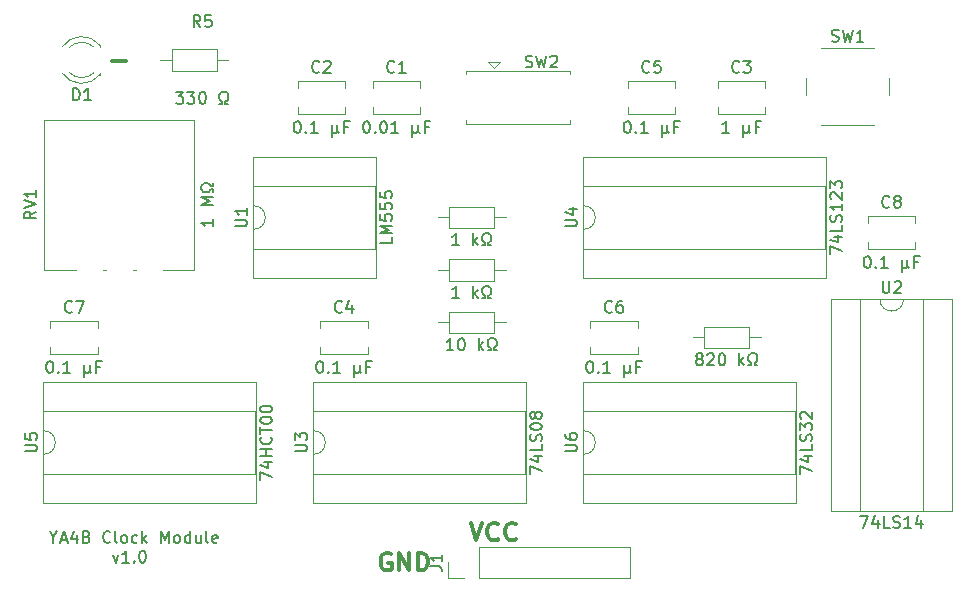
<source format=gbr>
G04 #@! TF.GenerationSoftware,KiCad,Pcbnew,(5.1.4-0-10_14)*
G04 #@! TF.CreationDate,2019-12-07T10:25:11-08:00*
G04 #@! TF.ProjectId,slow-clock,736c6f77-2d63-46c6-9f63-6b2e6b696361,rev?*
G04 #@! TF.SameCoordinates,Original*
G04 #@! TF.FileFunction,Legend,Top*
G04 #@! TF.FilePolarity,Positive*
%FSLAX46Y46*%
G04 Gerber Fmt 4.6, Leading zero omitted, Abs format (unit mm)*
G04 Created by KiCad (PCBNEW (5.1.4-0-10_14)) date 2019-12-07 10:25:11*
%MOMM*%
%LPD*%
G04 APERTURE LIST*
%ADD10C,0.150000*%
%ADD11C,0.300000*%
%ADD12C,0.120000*%
G04 APERTURE END LIST*
D10*
X27456666Y-63921190D02*
X27456666Y-64397380D01*
X27123333Y-63397380D02*
X27456666Y-63921190D01*
X27790000Y-63397380D01*
X28075714Y-64111666D02*
X28551904Y-64111666D01*
X27980476Y-64397380D02*
X28313809Y-63397380D01*
X28647142Y-64397380D01*
X29409047Y-63730714D02*
X29409047Y-64397380D01*
X29170952Y-63349761D02*
X28932857Y-64064047D01*
X29551904Y-64064047D01*
X30266190Y-63873571D02*
X30409047Y-63921190D01*
X30456666Y-63968809D01*
X30504285Y-64064047D01*
X30504285Y-64206904D01*
X30456666Y-64302142D01*
X30409047Y-64349761D01*
X30313809Y-64397380D01*
X29932857Y-64397380D01*
X29932857Y-63397380D01*
X30266190Y-63397380D01*
X30361428Y-63445000D01*
X30409047Y-63492619D01*
X30456666Y-63587857D01*
X30456666Y-63683095D01*
X30409047Y-63778333D01*
X30361428Y-63825952D01*
X30266190Y-63873571D01*
X29932857Y-63873571D01*
X32266190Y-64302142D02*
X32218571Y-64349761D01*
X32075714Y-64397380D01*
X31980476Y-64397380D01*
X31837619Y-64349761D01*
X31742380Y-64254523D01*
X31694761Y-64159285D01*
X31647142Y-63968809D01*
X31647142Y-63825952D01*
X31694761Y-63635476D01*
X31742380Y-63540238D01*
X31837619Y-63445000D01*
X31980476Y-63397380D01*
X32075714Y-63397380D01*
X32218571Y-63445000D01*
X32266190Y-63492619D01*
X32837619Y-64397380D02*
X32742380Y-64349761D01*
X32694761Y-64254523D01*
X32694761Y-63397380D01*
X33361428Y-64397380D02*
X33266190Y-64349761D01*
X33218571Y-64302142D01*
X33170952Y-64206904D01*
X33170952Y-63921190D01*
X33218571Y-63825952D01*
X33266190Y-63778333D01*
X33361428Y-63730714D01*
X33504285Y-63730714D01*
X33599523Y-63778333D01*
X33647142Y-63825952D01*
X33694761Y-63921190D01*
X33694761Y-64206904D01*
X33647142Y-64302142D01*
X33599523Y-64349761D01*
X33504285Y-64397380D01*
X33361428Y-64397380D01*
X34551904Y-64349761D02*
X34456666Y-64397380D01*
X34266190Y-64397380D01*
X34170952Y-64349761D01*
X34123333Y-64302142D01*
X34075714Y-64206904D01*
X34075714Y-63921190D01*
X34123333Y-63825952D01*
X34170952Y-63778333D01*
X34266190Y-63730714D01*
X34456666Y-63730714D01*
X34551904Y-63778333D01*
X34980476Y-64397380D02*
X34980476Y-63397380D01*
X35075714Y-64016428D02*
X35361428Y-64397380D01*
X35361428Y-63730714D02*
X34980476Y-64111666D01*
X36551904Y-64397380D02*
X36551904Y-63397380D01*
X36885238Y-64111666D01*
X37218571Y-63397380D01*
X37218571Y-64397380D01*
X37837619Y-64397380D02*
X37742380Y-64349761D01*
X37694761Y-64302142D01*
X37647142Y-64206904D01*
X37647142Y-63921190D01*
X37694761Y-63825952D01*
X37742380Y-63778333D01*
X37837619Y-63730714D01*
X37980476Y-63730714D01*
X38075714Y-63778333D01*
X38123333Y-63825952D01*
X38170952Y-63921190D01*
X38170952Y-64206904D01*
X38123333Y-64302142D01*
X38075714Y-64349761D01*
X37980476Y-64397380D01*
X37837619Y-64397380D01*
X39028095Y-64397380D02*
X39028095Y-63397380D01*
X39028095Y-64349761D02*
X38932857Y-64397380D01*
X38742380Y-64397380D01*
X38647142Y-64349761D01*
X38599523Y-64302142D01*
X38551904Y-64206904D01*
X38551904Y-63921190D01*
X38599523Y-63825952D01*
X38647142Y-63778333D01*
X38742380Y-63730714D01*
X38932857Y-63730714D01*
X39028095Y-63778333D01*
X39932857Y-63730714D02*
X39932857Y-64397380D01*
X39504285Y-63730714D02*
X39504285Y-64254523D01*
X39551904Y-64349761D01*
X39647142Y-64397380D01*
X39790000Y-64397380D01*
X39885238Y-64349761D01*
X39932857Y-64302142D01*
X40551904Y-64397380D02*
X40456666Y-64349761D01*
X40409047Y-64254523D01*
X40409047Y-63397380D01*
X41313809Y-64349761D02*
X41218571Y-64397380D01*
X41028095Y-64397380D01*
X40932857Y-64349761D01*
X40885238Y-64254523D01*
X40885238Y-63873571D01*
X40932857Y-63778333D01*
X41028095Y-63730714D01*
X41218571Y-63730714D01*
X41313809Y-63778333D01*
X41361428Y-63873571D01*
X41361428Y-63968809D01*
X40885238Y-64064047D01*
X32480476Y-65380714D02*
X32718571Y-66047380D01*
X32956666Y-65380714D01*
X33861428Y-66047380D02*
X33290000Y-66047380D01*
X33575714Y-66047380D02*
X33575714Y-65047380D01*
X33480476Y-65190238D01*
X33385238Y-65285476D01*
X33290000Y-65333095D01*
X34290000Y-65952142D02*
X34337619Y-65999761D01*
X34290000Y-66047380D01*
X34242380Y-65999761D01*
X34290000Y-65952142D01*
X34290000Y-66047380D01*
X34956666Y-65047380D02*
X35051904Y-65047380D01*
X35147142Y-65095000D01*
X35194761Y-65142619D01*
X35242380Y-65237857D01*
X35290000Y-65428333D01*
X35290000Y-65666428D01*
X35242380Y-65856904D01*
X35194761Y-65952142D01*
X35147142Y-65999761D01*
X35051904Y-66047380D01*
X34956666Y-66047380D01*
X34861428Y-65999761D01*
X34813809Y-65952142D01*
X34766190Y-65856904D01*
X34718571Y-65666428D01*
X34718571Y-65428333D01*
X34766190Y-65237857D01*
X34813809Y-65142619D01*
X34861428Y-65095000D01*
X34956666Y-65047380D01*
D11*
X32448571Y-23602142D02*
X33591428Y-23602142D01*
X62770000Y-62678571D02*
X63270000Y-64178571D01*
X63770000Y-62678571D01*
X65127142Y-64035714D02*
X65055714Y-64107142D01*
X64841428Y-64178571D01*
X64698571Y-64178571D01*
X64484285Y-64107142D01*
X64341428Y-63964285D01*
X64270000Y-63821428D01*
X64198571Y-63535714D01*
X64198571Y-63321428D01*
X64270000Y-63035714D01*
X64341428Y-62892857D01*
X64484285Y-62750000D01*
X64698571Y-62678571D01*
X64841428Y-62678571D01*
X65055714Y-62750000D01*
X65127142Y-62821428D01*
X66627142Y-64035714D02*
X66555714Y-64107142D01*
X66341428Y-64178571D01*
X66198571Y-64178571D01*
X65984285Y-64107142D01*
X65841428Y-63964285D01*
X65770000Y-63821428D01*
X65698571Y-63535714D01*
X65698571Y-63321428D01*
X65770000Y-63035714D01*
X65841428Y-62892857D01*
X65984285Y-62750000D01*
X66198571Y-62678571D01*
X66341428Y-62678571D01*
X66555714Y-62750000D01*
X66627142Y-62821428D01*
X56007142Y-65290000D02*
X55864285Y-65218571D01*
X55650000Y-65218571D01*
X55435714Y-65290000D01*
X55292857Y-65432857D01*
X55221428Y-65575714D01*
X55150000Y-65861428D01*
X55150000Y-66075714D01*
X55221428Y-66361428D01*
X55292857Y-66504285D01*
X55435714Y-66647142D01*
X55650000Y-66718571D01*
X55792857Y-66718571D01*
X56007142Y-66647142D01*
X56078571Y-66575714D01*
X56078571Y-66075714D01*
X55792857Y-66075714D01*
X56721428Y-66718571D02*
X56721428Y-65218571D01*
X57578571Y-66718571D01*
X57578571Y-65218571D01*
X58292857Y-66718571D02*
X58292857Y-65218571D01*
X58650000Y-65218571D01*
X58864285Y-65290000D01*
X59007142Y-65432857D01*
X59078571Y-65575714D01*
X59150000Y-65861428D01*
X59150000Y-66075714D01*
X59078571Y-66361428D01*
X59007142Y-66504285D01*
X58864285Y-66647142D01*
X58650000Y-66718571D01*
X58292857Y-66718571D01*
D12*
X62360000Y-24410000D02*
X71180000Y-24410000D01*
X71180000Y-24410000D02*
X71180000Y-24720000D01*
X71180000Y-28930000D02*
X62360000Y-28930000D01*
X62360000Y-24720000D02*
X62360000Y-24410000D01*
X62360000Y-28930000D02*
X62360000Y-28620000D01*
X71180000Y-28930000D02*
X71180000Y-28620000D01*
X64270000Y-23710000D02*
X64770000Y-24210000D01*
X64770000Y-24210000D02*
X65270000Y-23710000D01*
X65270000Y-23710000D02*
X64270000Y-23710000D01*
X59995000Y-36830000D02*
X60945000Y-36830000D01*
X65735000Y-36830000D02*
X64785000Y-36830000D01*
X60945000Y-37750000D02*
X64785000Y-37750000D01*
X60945000Y-35910000D02*
X60945000Y-37750000D01*
X64785000Y-35910000D02*
X60945000Y-35910000D01*
X64785000Y-37750000D02*
X64785000Y-35910000D01*
X65735000Y-41275000D02*
X64785000Y-41275000D01*
X59995000Y-41275000D02*
X60945000Y-41275000D01*
X64785000Y-40355000D02*
X60945000Y-40355000D01*
X64785000Y-42195000D02*
X64785000Y-40355000D01*
X60945000Y-42195000D02*
X64785000Y-42195000D01*
X60945000Y-40355000D02*
X60945000Y-42195000D01*
X81585000Y-46990000D02*
X82535000Y-46990000D01*
X87325000Y-46990000D02*
X86375000Y-46990000D01*
X82535000Y-47910000D02*
X86375000Y-47910000D01*
X82535000Y-46070000D02*
X82535000Y-47910000D01*
X86375000Y-46070000D02*
X82535000Y-46070000D01*
X86375000Y-47910000D02*
X86375000Y-46070000D01*
X65735000Y-45720000D02*
X64785000Y-45720000D01*
X59995000Y-45720000D02*
X60945000Y-45720000D01*
X64785000Y-44800000D02*
X60945000Y-44800000D01*
X64785000Y-46640000D02*
X64785000Y-44800000D01*
X60945000Y-46640000D02*
X64785000Y-46640000D01*
X60945000Y-44800000D02*
X60945000Y-46640000D01*
X42240000Y-23495000D02*
X41290000Y-23495000D01*
X36500000Y-23495000D02*
X37450000Y-23495000D01*
X41290000Y-22575000D02*
X37450000Y-22575000D01*
X41290000Y-24415000D02*
X41290000Y-22575000D01*
X37450000Y-24415000D02*
X41290000Y-24415000D01*
X37450000Y-22575000D02*
X37450000Y-24415000D01*
X58515000Y-27465000D02*
X58515000Y-28090000D01*
X58515000Y-25250000D02*
X58515000Y-25875000D01*
X54475000Y-27465000D02*
X54475000Y-28090000D01*
X54475000Y-25250000D02*
X54475000Y-25875000D01*
X54475000Y-28090000D02*
X58515000Y-28090000D01*
X54475000Y-25250000D02*
X58515000Y-25250000D01*
X48125000Y-25250000D02*
X52165000Y-25250000D01*
X48125000Y-28090000D02*
X52165000Y-28090000D01*
X48125000Y-25250000D02*
X48125000Y-25875000D01*
X48125000Y-27465000D02*
X48125000Y-28090000D01*
X52165000Y-25250000D02*
X52165000Y-25875000D01*
X52165000Y-27465000D02*
X52165000Y-28090000D01*
X83685000Y-25250000D02*
X87725000Y-25250000D01*
X83685000Y-28090000D02*
X87725000Y-28090000D01*
X83685000Y-25250000D02*
X83685000Y-25875000D01*
X83685000Y-27465000D02*
X83685000Y-28090000D01*
X87725000Y-25250000D02*
X87725000Y-25875000D01*
X87725000Y-27465000D02*
X87725000Y-28090000D01*
X54070000Y-47785000D02*
X54070000Y-48410000D01*
X54070000Y-45570000D02*
X54070000Y-46195000D01*
X50030000Y-47785000D02*
X50030000Y-48410000D01*
X50030000Y-45570000D02*
X50030000Y-46195000D01*
X50030000Y-48410000D02*
X54070000Y-48410000D01*
X50030000Y-45570000D02*
X54070000Y-45570000D01*
X76065000Y-25250000D02*
X80105000Y-25250000D01*
X76065000Y-28090000D02*
X80105000Y-28090000D01*
X76065000Y-25250000D02*
X76065000Y-25875000D01*
X76065000Y-27465000D02*
X76065000Y-28090000D01*
X80105000Y-25250000D02*
X80105000Y-25875000D01*
X80105000Y-27465000D02*
X80105000Y-28090000D01*
X76930000Y-47785000D02*
X76930000Y-48410000D01*
X76930000Y-45570000D02*
X76930000Y-46195000D01*
X72890000Y-47785000D02*
X72890000Y-48410000D01*
X72890000Y-45570000D02*
X72890000Y-46195000D01*
X72890000Y-48410000D02*
X76930000Y-48410000D01*
X72890000Y-45570000D02*
X76930000Y-45570000D01*
X27170000Y-45570000D02*
X31210000Y-45570000D01*
X27170000Y-48410000D02*
X31210000Y-48410000D01*
X27170000Y-45570000D02*
X27170000Y-46195000D01*
X27170000Y-47785000D02*
X27170000Y-48410000D01*
X31210000Y-45570000D02*
X31210000Y-46195000D01*
X31210000Y-47785000D02*
X31210000Y-48410000D01*
X100425000Y-38895000D02*
X100425000Y-39520000D01*
X100425000Y-36680000D02*
X100425000Y-37305000D01*
X96385000Y-38895000D02*
X96385000Y-39520000D01*
X96385000Y-36680000D02*
X96385000Y-37305000D01*
X96385000Y-39520000D02*
X100425000Y-39520000D01*
X96385000Y-36680000D02*
X100425000Y-36680000D01*
X28172665Y-24573608D02*
G75*
G03X31405000Y-24730516I1672335J1078608D01*
G01*
X28172665Y-22416392D02*
G75*
G02X31405000Y-22259484I1672335J-1078608D01*
G01*
X28803870Y-24574837D02*
G75*
G03X30885961Y-24575000I1041130J1079837D01*
G01*
X28803870Y-22415163D02*
G75*
G02X30885961Y-22415000I1041130J-1079837D01*
G01*
X31405000Y-24731000D02*
X31405000Y-24575000D01*
X31405000Y-22415000D02*
X31405000Y-22259000D01*
X76260000Y-67370000D02*
X76260000Y-64710000D01*
X63500000Y-67370000D02*
X76260000Y-67370000D01*
X63500000Y-64710000D02*
X76260000Y-64710000D01*
X63500000Y-67370000D02*
X63500000Y-64710000D01*
X62230000Y-67370000D02*
X60900000Y-67370000D01*
X60900000Y-67370000D02*
X60900000Y-66040000D01*
X26650000Y-41280000D02*
X26650000Y-28540000D01*
X39390000Y-41280000D02*
X39390000Y-28540000D01*
X26650000Y-41280000D02*
X29325000Y-41280000D01*
X31635000Y-41280000D02*
X31865000Y-41280000D01*
X34176000Y-41280000D02*
X34405000Y-41280000D01*
X36715000Y-41280000D02*
X39390000Y-41280000D01*
X26650000Y-28540000D02*
X39390000Y-28540000D01*
X92440000Y-28995000D02*
X96940000Y-28995000D01*
X91190000Y-24995000D02*
X91190000Y-26495000D01*
X96940000Y-22495000D02*
X92440000Y-22495000D01*
X98190000Y-26495000D02*
X98190000Y-24995000D01*
X44390000Y-35830000D02*
G75*
G02X44390000Y-37830000I0J-1000000D01*
G01*
X44390000Y-37830000D02*
X44390000Y-39480000D01*
X44390000Y-39480000D02*
X54670000Y-39480000D01*
X54670000Y-39480000D02*
X54670000Y-34180000D01*
X54670000Y-34180000D02*
X44390000Y-34180000D01*
X44390000Y-34180000D02*
X44390000Y-35830000D01*
X44330000Y-41970000D02*
X54730000Y-41970000D01*
X54730000Y-41970000D02*
X54730000Y-31690000D01*
X54730000Y-31690000D02*
X44330000Y-31690000D01*
X44330000Y-31690000D02*
X44330000Y-41970000D01*
X99425000Y-43755000D02*
G75*
G02X97425000Y-43755000I-1000000J0D01*
G01*
X97425000Y-43755000D02*
X95775000Y-43755000D01*
X95775000Y-43755000D02*
X95775000Y-61655000D01*
X95775000Y-61655000D02*
X101075000Y-61655000D01*
X101075000Y-61655000D02*
X101075000Y-43755000D01*
X101075000Y-43755000D02*
X99425000Y-43755000D01*
X93285000Y-43695000D02*
X93285000Y-61715000D01*
X93285000Y-61715000D02*
X103565000Y-61715000D01*
X103565000Y-61715000D02*
X103565000Y-43695000D01*
X103565000Y-43695000D02*
X93285000Y-43695000D01*
X49410000Y-50740000D02*
X49410000Y-61020000D01*
X67430000Y-50740000D02*
X49410000Y-50740000D01*
X67430000Y-61020000D02*
X67430000Y-50740000D01*
X49410000Y-61020000D02*
X67430000Y-61020000D01*
X49470000Y-53230000D02*
X49470000Y-54880000D01*
X67370000Y-53230000D02*
X49470000Y-53230000D01*
X67370000Y-58530000D02*
X67370000Y-53230000D01*
X49470000Y-58530000D02*
X67370000Y-58530000D01*
X49470000Y-56880000D02*
X49470000Y-58530000D01*
X49470000Y-54880000D02*
G75*
G02X49470000Y-56880000I0J-1000000D01*
G01*
X72330000Y-35830000D02*
G75*
G02X72330000Y-37830000I0J-1000000D01*
G01*
X72330000Y-37830000D02*
X72330000Y-39480000D01*
X72330000Y-39480000D02*
X92770000Y-39480000D01*
X92770000Y-39480000D02*
X92770000Y-34180000D01*
X92770000Y-34180000D02*
X72330000Y-34180000D01*
X72330000Y-34180000D02*
X72330000Y-35830000D01*
X72270000Y-41970000D02*
X92830000Y-41970000D01*
X92830000Y-41970000D02*
X92830000Y-31690000D01*
X92830000Y-31690000D02*
X72270000Y-31690000D01*
X72270000Y-31690000D02*
X72270000Y-41970000D01*
X26610000Y-54880000D02*
G75*
G02X26610000Y-56880000I0J-1000000D01*
G01*
X26610000Y-56880000D02*
X26610000Y-58530000D01*
X26610000Y-58530000D02*
X44510000Y-58530000D01*
X44510000Y-58530000D02*
X44510000Y-53230000D01*
X44510000Y-53230000D02*
X26610000Y-53230000D01*
X26610000Y-53230000D02*
X26610000Y-54880000D01*
X26550000Y-61020000D02*
X44570000Y-61020000D01*
X44570000Y-61020000D02*
X44570000Y-50740000D01*
X44570000Y-50740000D02*
X26550000Y-50740000D01*
X26550000Y-50740000D02*
X26550000Y-61020000D01*
X72270000Y-50740000D02*
X72270000Y-61020000D01*
X90290000Y-50740000D02*
X72270000Y-50740000D01*
X90290000Y-61020000D02*
X90290000Y-50740000D01*
X72270000Y-61020000D02*
X90290000Y-61020000D01*
X72330000Y-53230000D02*
X72330000Y-54880000D01*
X90230000Y-53230000D02*
X72330000Y-53230000D01*
X90230000Y-58530000D02*
X90230000Y-53230000D01*
X72330000Y-58530000D02*
X90230000Y-58530000D01*
X72330000Y-56880000D02*
X72330000Y-58530000D01*
X72330000Y-54880000D02*
G75*
G02X72330000Y-56880000I0J-1000000D01*
G01*
D10*
X67426666Y-24084761D02*
X67569523Y-24132380D01*
X67807619Y-24132380D01*
X67902857Y-24084761D01*
X67950476Y-24037142D01*
X67998095Y-23941904D01*
X67998095Y-23846666D01*
X67950476Y-23751428D01*
X67902857Y-23703809D01*
X67807619Y-23656190D01*
X67617142Y-23608571D01*
X67521904Y-23560952D01*
X67474285Y-23513333D01*
X67426666Y-23418095D01*
X67426666Y-23322857D01*
X67474285Y-23227619D01*
X67521904Y-23180000D01*
X67617142Y-23132380D01*
X67855238Y-23132380D01*
X67998095Y-23180000D01*
X68331428Y-23132380D02*
X68569523Y-24132380D01*
X68760000Y-23418095D01*
X68950476Y-24132380D01*
X69188571Y-23132380D01*
X69521904Y-23227619D02*
X69569523Y-23180000D01*
X69664761Y-23132380D01*
X69902857Y-23132380D01*
X69998095Y-23180000D01*
X70045714Y-23227619D01*
X70093333Y-23322857D01*
X70093333Y-23418095D01*
X70045714Y-23560952D01*
X69474285Y-24132380D01*
X70093333Y-24132380D01*
X61793571Y-39187380D02*
X61222142Y-39187380D01*
X61507857Y-39187380D02*
X61507857Y-38187380D01*
X61412619Y-38330238D01*
X61317380Y-38425476D01*
X61222142Y-38473095D01*
X62984047Y-39187380D02*
X62984047Y-38187380D01*
X63079285Y-38806428D02*
X63365000Y-39187380D01*
X63365000Y-38520714D02*
X62984047Y-38901666D01*
X63745952Y-39187380D02*
X63984047Y-39187380D01*
X63984047Y-38996904D01*
X63888809Y-38949285D01*
X63793571Y-38854047D01*
X63745952Y-38711190D01*
X63745952Y-38473095D01*
X63793571Y-38330238D01*
X63888809Y-38235000D01*
X64031666Y-38187380D01*
X64222142Y-38187380D01*
X64365000Y-38235000D01*
X64460238Y-38330238D01*
X64507857Y-38473095D01*
X64507857Y-38711190D01*
X64460238Y-38854047D01*
X64365000Y-38949285D01*
X64269761Y-38996904D01*
X64269761Y-39187380D01*
X64507857Y-39187380D01*
X61793571Y-43632380D02*
X61222142Y-43632380D01*
X61507857Y-43632380D02*
X61507857Y-42632380D01*
X61412619Y-42775238D01*
X61317380Y-42870476D01*
X61222142Y-42918095D01*
X62984047Y-43632380D02*
X62984047Y-42632380D01*
X63079285Y-43251428D02*
X63365000Y-43632380D01*
X63365000Y-42965714D02*
X62984047Y-43346666D01*
X63745952Y-43632380D02*
X63984047Y-43632380D01*
X63984047Y-43441904D01*
X63888809Y-43394285D01*
X63793571Y-43299047D01*
X63745952Y-43156190D01*
X63745952Y-42918095D01*
X63793571Y-42775238D01*
X63888809Y-42680000D01*
X64031666Y-42632380D01*
X64222142Y-42632380D01*
X64365000Y-42680000D01*
X64460238Y-42775238D01*
X64507857Y-42918095D01*
X64507857Y-43156190D01*
X64460238Y-43299047D01*
X64365000Y-43394285D01*
X64269761Y-43441904D01*
X64269761Y-43632380D01*
X64507857Y-43632380D01*
X82050238Y-48775952D02*
X81955000Y-48728333D01*
X81907380Y-48680714D01*
X81859761Y-48585476D01*
X81859761Y-48537857D01*
X81907380Y-48442619D01*
X81955000Y-48395000D01*
X82050238Y-48347380D01*
X82240714Y-48347380D01*
X82335952Y-48395000D01*
X82383571Y-48442619D01*
X82431190Y-48537857D01*
X82431190Y-48585476D01*
X82383571Y-48680714D01*
X82335952Y-48728333D01*
X82240714Y-48775952D01*
X82050238Y-48775952D01*
X81955000Y-48823571D01*
X81907380Y-48871190D01*
X81859761Y-48966428D01*
X81859761Y-49156904D01*
X81907380Y-49252142D01*
X81955000Y-49299761D01*
X82050238Y-49347380D01*
X82240714Y-49347380D01*
X82335952Y-49299761D01*
X82383571Y-49252142D01*
X82431190Y-49156904D01*
X82431190Y-48966428D01*
X82383571Y-48871190D01*
X82335952Y-48823571D01*
X82240714Y-48775952D01*
X82812142Y-48442619D02*
X82859761Y-48395000D01*
X82955000Y-48347380D01*
X83193095Y-48347380D01*
X83288333Y-48395000D01*
X83335952Y-48442619D01*
X83383571Y-48537857D01*
X83383571Y-48633095D01*
X83335952Y-48775952D01*
X82764523Y-49347380D01*
X83383571Y-49347380D01*
X84002619Y-48347380D02*
X84097857Y-48347380D01*
X84193095Y-48395000D01*
X84240714Y-48442619D01*
X84288333Y-48537857D01*
X84335952Y-48728333D01*
X84335952Y-48966428D01*
X84288333Y-49156904D01*
X84240714Y-49252142D01*
X84193095Y-49299761D01*
X84097857Y-49347380D01*
X84002619Y-49347380D01*
X83907380Y-49299761D01*
X83859761Y-49252142D01*
X83812142Y-49156904D01*
X83764523Y-48966428D01*
X83764523Y-48728333D01*
X83812142Y-48537857D01*
X83859761Y-48442619D01*
X83907380Y-48395000D01*
X84002619Y-48347380D01*
X85526428Y-49347380D02*
X85526428Y-48347380D01*
X85621666Y-48966428D02*
X85907380Y-49347380D01*
X85907380Y-48680714D02*
X85526428Y-49061666D01*
X86288333Y-49347380D02*
X86526428Y-49347380D01*
X86526428Y-49156904D01*
X86431190Y-49109285D01*
X86335952Y-49014047D01*
X86288333Y-48871190D01*
X86288333Y-48633095D01*
X86335952Y-48490238D01*
X86431190Y-48395000D01*
X86574047Y-48347380D01*
X86764523Y-48347380D01*
X86907380Y-48395000D01*
X87002619Y-48490238D01*
X87050238Y-48633095D01*
X87050238Y-48871190D01*
X87002619Y-49014047D01*
X86907380Y-49109285D01*
X86812142Y-49156904D01*
X86812142Y-49347380D01*
X87050238Y-49347380D01*
X61317380Y-48077380D02*
X60745952Y-48077380D01*
X61031666Y-48077380D02*
X61031666Y-47077380D01*
X60936428Y-47220238D01*
X60841190Y-47315476D01*
X60745952Y-47363095D01*
X61936428Y-47077380D02*
X62031666Y-47077380D01*
X62126904Y-47125000D01*
X62174523Y-47172619D01*
X62222142Y-47267857D01*
X62269761Y-47458333D01*
X62269761Y-47696428D01*
X62222142Y-47886904D01*
X62174523Y-47982142D01*
X62126904Y-48029761D01*
X62031666Y-48077380D01*
X61936428Y-48077380D01*
X61841190Y-48029761D01*
X61793571Y-47982142D01*
X61745952Y-47886904D01*
X61698333Y-47696428D01*
X61698333Y-47458333D01*
X61745952Y-47267857D01*
X61793571Y-47172619D01*
X61841190Y-47125000D01*
X61936428Y-47077380D01*
X63460238Y-48077380D02*
X63460238Y-47077380D01*
X63555476Y-47696428D02*
X63841190Y-48077380D01*
X63841190Y-47410714D02*
X63460238Y-47791666D01*
X64222142Y-48077380D02*
X64460238Y-48077380D01*
X64460238Y-47886904D01*
X64365000Y-47839285D01*
X64269761Y-47744047D01*
X64222142Y-47601190D01*
X64222142Y-47363095D01*
X64269761Y-47220238D01*
X64365000Y-47125000D01*
X64507857Y-47077380D01*
X64698333Y-47077380D01*
X64841190Y-47125000D01*
X64936428Y-47220238D01*
X64984047Y-47363095D01*
X64984047Y-47601190D01*
X64936428Y-47744047D01*
X64841190Y-47839285D01*
X64745952Y-47886904D01*
X64745952Y-48077380D01*
X64984047Y-48077380D01*
X39893333Y-20697380D02*
X39560000Y-20221190D01*
X39321904Y-20697380D02*
X39321904Y-19697380D01*
X39702857Y-19697380D01*
X39798095Y-19745000D01*
X39845714Y-19792619D01*
X39893333Y-19887857D01*
X39893333Y-20030714D01*
X39845714Y-20125952D01*
X39798095Y-20173571D01*
X39702857Y-20221190D01*
X39321904Y-20221190D01*
X40798095Y-19697380D02*
X40321904Y-19697380D01*
X40274285Y-20173571D01*
X40321904Y-20125952D01*
X40417142Y-20078333D01*
X40655238Y-20078333D01*
X40750476Y-20125952D01*
X40798095Y-20173571D01*
X40845714Y-20268809D01*
X40845714Y-20506904D01*
X40798095Y-20602142D01*
X40750476Y-20649761D01*
X40655238Y-20697380D01*
X40417142Y-20697380D01*
X40321904Y-20649761D01*
X40274285Y-20602142D01*
X37821904Y-26197380D02*
X38440952Y-26197380D01*
X38107619Y-26578333D01*
X38250476Y-26578333D01*
X38345714Y-26625952D01*
X38393333Y-26673571D01*
X38440952Y-26768809D01*
X38440952Y-27006904D01*
X38393333Y-27102142D01*
X38345714Y-27149761D01*
X38250476Y-27197380D01*
X37964761Y-27197380D01*
X37869523Y-27149761D01*
X37821904Y-27102142D01*
X38774285Y-26197380D02*
X39393333Y-26197380D01*
X39060000Y-26578333D01*
X39202857Y-26578333D01*
X39298095Y-26625952D01*
X39345714Y-26673571D01*
X39393333Y-26768809D01*
X39393333Y-27006904D01*
X39345714Y-27102142D01*
X39298095Y-27149761D01*
X39202857Y-27197380D01*
X38917142Y-27197380D01*
X38821904Y-27149761D01*
X38774285Y-27102142D01*
X40012380Y-26197380D02*
X40107619Y-26197380D01*
X40202857Y-26245000D01*
X40250476Y-26292619D01*
X40298095Y-26387857D01*
X40345714Y-26578333D01*
X40345714Y-26816428D01*
X40298095Y-27006904D01*
X40250476Y-27102142D01*
X40202857Y-27149761D01*
X40107619Y-27197380D01*
X40012380Y-27197380D01*
X39917142Y-27149761D01*
X39869523Y-27102142D01*
X39821904Y-27006904D01*
X39774285Y-26816428D01*
X39774285Y-26578333D01*
X39821904Y-26387857D01*
X39869523Y-26292619D01*
X39917142Y-26245000D01*
X40012380Y-26197380D01*
X41488571Y-27197380D02*
X41726666Y-27197380D01*
X41726666Y-27006904D01*
X41631428Y-26959285D01*
X41536190Y-26864047D01*
X41488571Y-26721190D01*
X41488571Y-26483095D01*
X41536190Y-26340238D01*
X41631428Y-26245000D01*
X41774285Y-26197380D01*
X41964761Y-26197380D01*
X42107619Y-26245000D01*
X42202857Y-26340238D01*
X42250476Y-26483095D01*
X42250476Y-26721190D01*
X42202857Y-26864047D01*
X42107619Y-26959285D01*
X42012380Y-27006904D01*
X42012380Y-27197380D01*
X42250476Y-27197380D01*
X56328333Y-24477142D02*
X56280714Y-24524761D01*
X56137857Y-24572380D01*
X56042619Y-24572380D01*
X55899761Y-24524761D01*
X55804523Y-24429523D01*
X55756904Y-24334285D01*
X55709285Y-24143809D01*
X55709285Y-24000952D01*
X55756904Y-23810476D01*
X55804523Y-23715238D01*
X55899761Y-23620000D01*
X56042619Y-23572380D01*
X56137857Y-23572380D01*
X56280714Y-23620000D01*
X56328333Y-23667619D01*
X57280714Y-24572380D02*
X56709285Y-24572380D01*
X56995000Y-24572380D02*
X56995000Y-23572380D01*
X56899761Y-23715238D01*
X56804523Y-23810476D01*
X56709285Y-23858095D01*
X53923571Y-28672380D02*
X54018809Y-28672380D01*
X54114047Y-28720000D01*
X54161666Y-28767619D01*
X54209285Y-28862857D01*
X54256904Y-29053333D01*
X54256904Y-29291428D01*
X54209285Y-29481904D01*
X54161666Y-29577142D01*
X54114047Y-29624761D01*
X54018809Y-29672380D01*
X53923571Y-29672380D01*
X53828333Y-29624761D01*
X53780714Y-29577142D01*
X53733095Y-29481904D01*
X53685476Y-29291428D01*
X53685476Y-29053333D01*
X53733095Y-28862857D01*
X53780714Y-28767619D01*
X53828333Y-28720000D01*
X53923571Y-28672380D01*
X54685476Y-29577142D02*
X54733095Y-29624761D01*
X54685476Y-29672380D01*
X54637857Y-29624761D01*
X54685476Y-29577142D01*
X54685476Y-29672380D01*
X55352142Y-28672380D02*
X55447380Y-28672380D01*
X55542619Y-28720000D01*
X55590238Y-28767619D01*
X55637857Y-28862857D01*
X55685476Y-29053333D01*
X55685476Y-29291428D01*
X55637857Y-29481904D01*
X55590238Y-29577142D01*
X55542619Y-29624761D01*
X55447380Y-29672380D01*
X55352142Y-29672380D01*
X55256904Y-29624761D01*
X55209285Y-29577142D01*
X55161666Y-29481904D01*
X55114047Y-29291428D01*
X55114047Y-29053333D01*
X55161666Y-28862857D01*
X55209285Y-28767619D01*
X55256904Y-28720000D01*
X55352142Y-28672380D01*
X56637857Y-29672380D02*
X56066428Y-29672380D01*
X56352142Y-29672380D02*
X56352142Y-28672380D01*
X56256904Y-28815238D01*
X56161666Y-28910476D01*
X56066428Y-28958095D01*
X57828333Y-29005714D02*
X57828333Y-30005714D01*
X58304523Y-29529523D02*
X58352142Y-29624761D01*
X58447380Y-29672380D01*
X57828333Y-29529523D02*
X57875952Y-29624761D01*
X57971190Y-29672380D01*
X58161666Y-29672380D01*
X58256904Y-29624761D01*
X58304523Y-29529523D01*
X58304523Y-29005714D01*
X59209285Y-29148571D02*
X58875952Y-29148571D01*
X58875952Y-29672380D02*
X58875952Y-28672380D01*
X59352142Y-28672380D01*
X49978333Y-24477142D02*
X49930714Y-24524761D01*
X49787857Y-24572380D01*
X49692619Y-24572380D01*
X49549761Y-24524761D01*
X49454523Y-24429523D01*
X49406904Y-24334285D01*
X49359285Y-24143809D01*
X49359285Y-24000952D01*
X49406904Y-23810476D01*
X49454523Y-23715238D01*
X49549761Y-23620000D01*
X49692619Y-23572380D01*
X49787857Y-23572380D01*
X49930714Y-23620000D01*
X49978333Y-23667619D01*
X50359285Y-23667619D02*
X50406904Y-23620000D01*
X50502142Y-23572380D01*
X50740238Y-23572380D01*
X50835476Y-23620000D01*
X50883095Y-23667619D01*
X50930714Y-23762857D01*
X50930714Y-23858095D01*
X50883095Y-24000952D01*
X50311666Y-24572380D01*
X50930714Y-24572380D01*
X48049761Y-28672380D02*
X48145000Y-28672380D01*
X48240238Y-28720000D01*
X48287857Y-28767619D01*
X48335476Y-28862857D01*
X48383095Y-29053333D01*
X48383095Y-29291428D01*
X48335476Y-29481904D01*
X48287857Y-29577142D01*
X48240238Y-29624761D01*
X48145000Y-29672380D01*
X48049761Y-29672380D01*
X47954523Y-29624761D01*
X47906904Y-29577142D01*
X47859285Y-29481904D01*
X47811666Y-29291428D01*
X47811666Y-29053333D01*
X47859285Y-28862857D01*
X47906904Y-28767619D01*
X47954523Y-28720000D01*
X48049761Y-28672380D01*
X48811666Y-29577142D02*
X48859285Y-29624761D01*
X48811666Y-29672380D01*
X48764047Y-29624761D01*
X48811666Y-29577142D01*
X48811666Y-29672380D01*
X49811666Y-29672380D02*
X49240238Y-29672380D01*
X49525952Y-29672380D02*
X49525952Y-28672380D01*
X49430714Y-28815238D01*
X49335476Y-28910476D01*
X49240238Y-28958095D01*
X51002142Y-29005714D02*
X51002142Y-30005714D01*
X51478333Y-29529523D02*
X51525952Y-29624761D01*
X51621190Y-29672380D01*
X51002142Y-29529523D02*
X51049761Y-29624761D01*
X51145000Y-29672380D01*
X51335476Y-29672380D01*
X51430714Y-29624761D01*
X51478333Y-29529523D01*
X51478333Y-29005714D01*
X52383095Y-29148571D02*
X52049761Y-29148571D01*
X52049761Y-29672380D02*
X52049761Y-28672380D01*
X52525952Y-28672380D01*
X85538333Y-24477142D02*
X85490714Y-24524761D01*
X85347857Y-24572380D01*
X85252619Y-24572380D01*
X85109761Y-24524761D01*
X85014523Y-24429523D01*
X84966904Y-24334285D01*
X84919285Y-24143809D01*
X84919285Y-24000952D01*
X84966904Y-23810476D01*
X85014523Y-23715238D01*
X85109761Y-23620000D01*
X85252619Y-23572380D01*
X85347857Y-23572380D01*
X85490714Y-23620000D01*
X85538333Y-23667619D01*
X85871666Y-23572380D02*
X86490714Y-23572380D01*
X86157380Y-23953333D01*
X86300238Y-23953333D01*
X86395476Y-24000952D01*
X86443095Y-24048571D01*
X86490714Y-24143809D01*
X86490714Y-24381904D01*
X86443095Y-24477142D01*
X86395476Y-24524761D01*
X86300238Y-24572380D01*
X86014523Y-24572380D01*
X85919285Y-24524761D01*
X85871666Y-24477142D01*
X84657380Y-29672380D02*
X84085952Y-29672380D01*
X84371666Y-29672380D02*
X84371666Y-28672380D01*
X84276428Y-28815238D01*
X84181190Y-28910476D01*
X84085952Y-28958095D01*
X85847857Y-29005714D02*
X85847857Y-30005714D01*
X86324047Y-29529523D02*
X86371666Y-29624761D01*
X86466904Y-29672380D01*
X85847857Y-29529523D02*
X85895476Y-29624761D01*
X85990714Y-29672380D01*
X86181190Y-29672380D01*
X86276428Y-29624761D01*
X86324047Y-29529523D01*
X86324047Y-29005714D01*
X87228809Y-29148571D02*
X86895476Y-29148571D01*
X86895476Y-29672380D02*
X86895476Y-28672380D01*
X87371666Y-28672380D01*
X51883333Y-44797142D02*
X51835714Y-44844761D01*
X51692857Y-44892380D01*
X51597619Y-44892380D01*
X51454761Y-44844761D01*
X51359523Y-44749523D01*
X51311904Y-44654285D01*
X51264285Y-44463809D01*
X51264285Y-44320952D01*
X51311904Y-44130476D01*
X51359523Y-44035238D01*
X51454761Y-43940000D01*
X51597619Y-43892380D01*
X51692857Y-43892380D01*
X51835714Y-43940000D01*
X51883333Y-43987619D01*
X52740476Y-44225714D02*
X52740476Y-44892380D01*
X52502380Y-43844761D02*
X52264285Y-44559047D01*
X52883333Y-44559047D01*
X49954761Y-48992380D02*
X50050000Y-48992380D01*
X50145238Y-49040000D01*
X50192857Y-49087619D01*
X50240476Y-49182857D01*
X50288095Y-49373333D01*
X50288095Y-49611428D01*
X50240476Y-49801904D01*
X50192857Y-49897142D01*
X50145238Y-49944761D01*
X50050000Y-49992380D01*
X49954761Y-49992380D01*
X49859523Y-49944761D01*
X49811904Y-49897142D01*
X49764285Y-49801904D01*
X49716666Y-49611428D01*
X49716666Y-49373333D01*
X49764285Y-49182857D01*
X49811904Y-49087619D01*
X49859523Y-49040000D01*
X49954761Y-48992380D01*
X50716666Y-49897142D02*
X50764285Y-49944761D01*
X50716666Y-49992380D01*
X50669047Y-49944761D01*
X50716666Y-49897142D01*
X50716666Y-49992380D01*
X51716666Y-49992380D02*
X51145238Y-49992380D01*
X51430952Y-49992380D02*
X51430952Y-48992380D01*
X51335714Y-49135238D01*
X51240476Y-49230476D01*
X51145238Y-49278095D01*
X52907142Y-49325714D02*
X52907142Y-50325714D01*
X53383333Y-49849523D02*
X53430952Y-49944761D01*
X53526190Y-49992380D01*
X52907142Y-49849523D02*
X52954761Y-49944761D01*
X53050000Y-49992380D01*
X53240476Y-49992380D01*
X53335714Y-49944761D01*
X53383333Y-49849523D01*
X53383333Y-49325714D01*
X54288095Y-49468571D02*
X53954761Y-49468571D01*
X53954761Y-49992380D02*
X53954761Y-48992380D01*
X54430952Y-48992380D01*
X77918333Y-24477142D02*
X77870714Y-24524761D01*
X77727857Y-24572380D01*
X77632619Y-24572380D01*
X77489761Y-24524761D01*
X77394523Y-24429523D01*
X77346904Y-24334285D01*
X77299285Y-24143809D01*
X77299285Y-24000952D01*
X77346904Y-23810476D01*
X77394523Y-23715238D01*
X77489761Y-23620000D01*
X77632619Y-23572380D01*
X77727857Y-23572380D01*
X77870714Y-23620000D01*
X77918333Y-23667619D01*
X78823095Y-23572380D02*
X78346904Y-23572380D01*
X78299285Y-24048571D01*
X78346904Y-24000952D01*
X78442142Y-23953333D01*
X78680238Y-23953333D01*
X78775476Y-24000952D01*
X78823095Y-24048571D01*
X78870714Y-24143809D01*
X78870714Y-24381904D01*
X78823095Y-24477142D01*
X78775476Y-24524761D01*
X78680238Y-24572380D01*
X78442142Y-24572380D01*
X78346904Y-24524761D01*
X78299285Y-24477142D01*
X75989761Y-28672380D02*
X76085000Y-28672380D01*
X76180238Y-28720000D01*
X76227857Y-28767619D01*
X76275476Y-28862857D01*
X76323095Y-29053333D01*
X76323095Y-29291428D01*
X76275476Y-29481904D01*
X76227857Y-29577142D01*
X76180238Y-29624761D01*
X76085000Y-29672380D01*
X75989761Y-29672380D01*
X75894523Y-29624761D01*
X75846904Y-29577142D01*
X75799285Y-29481904D01*
X75751666Y-29291428D01*
X75751666Y-29053333D01*
X75799285Y-28862857D01*
X75846904Y-28767619D01*
X75894523Y-28720000D01*
X75989761Y-28672380D01*
X76751666Y-29577142D02*
X76799285Y-29624761D01*
X76751666Y-29672380D01*
X76704047Y-29624761D01*
X76751666Y-29577142D01*
X76751666Y-29672380D01*
X77751666Y-29672380D02*
X77180238Y-29672380D01*
X77465952Y-29672380D02*
X77465952Y-28672380D01*
X77370714Y-28815238D01*
X77275476Y-28910476D01*
X77180238Y-28958095D01*
X78942142Y-29005714D02*
X78942142Y-30005714D01*
X79418333Y-29529523D02*
X79465952Y-29624761D01*
X79561190Y-29672380D01*
X78942142Y-29529523D02*
X78989761Y-29624761D01*
X79085000Y-29672380D01*
X79275476Y-29672380D01*
X79370714Y-29624761D01*
X79418333Y-29529523D01*
X79418333Y-29005714D01*
X80323095Y-29148571D02*
X79989761Y-29148571D01*
X79989761Y-29672380D02*
X79989761Y-28672380D01*
X80465952Y-28672380D01*
X74743333Y-44797142D02*
X74695714Y-44844761D01*
X74552857Y-44892380D01*
X74457619Y-44892380D01*
X74314761Y-44844761D01*
X74219523Y-44749523D01*
X74171904Y-44654285D01*
X74124285Y-44463809D01*
X74124285Y-44320952D01*
X74171904Y-44130476D01*
X74219523Y-44035238D01*
X74314761Y-43940000D01*
X74457619Y-43892380D01*
X74552857Y-43892380D01*
X74695714Y-43940000D01*
X74743333Y-43987619D01*
X75600476Y-43892380D02*
X75410000Y-43892380D01*
X75314761Y-43940000D01*
X75267142Y-43987619D01*
X75171904Y-44130476D01*
X75124285Y-44320952D01*
X75124285Y-44701904D01*
X75171904Y-44797142D01*
X75219523Y-44844761D01*
X75314761Y-44892380D01*
X75505238Y-44892380D01*
X75600476Y-44844761D01*
X75648095Y-44797142D01*
X75695714Y-44701904D01*
X75695714Y-44463809D01*
X75648095Y-44368571D01*
X75600476Y-44320952D01*
X75505238Y-44273333D01*
X75314761Y-44273333D01*
X75219523Y-44320952D01*
X75171904Y-44368571D01*
X75124285Y-44463809D01*
X72814761Y-48992380D02*
X72910000Y-48992380D01*
X73005238Y-49040000D01*
X73052857Y-49087619D01*
X73100476Y-49182857D01*
X73148095Y-49373333D01*
X73148095Y-49611428D01*
X73100476Y-49801904D01*
X73052857Y-49897142D01*
X73005238Y-49944761D01*
X72910000Y-49992380D01*
X72814761Y-49992380D01*
X72719523Y-49944761D01*
X72671904Y-49897142D01*
X72624285Y-49801904D01*
X72576666Y-49611428D01*
X72576666Y-49373333D01*
X72624285Y-49182857D01*
X72671904Y-49087619D01*
X72719523Y-49040000D01*
X72814761Y-48992380D01*
X73576666Y-49897142D02*
X73624285Y-49944761D01*
X73576666Y-49992380D01*
X73529047Y-49944761D01*
X73576666Y-49897142D01*
X73576666Y-49992380D01*
X74576666Y-49992380D02*
X74005238Y-49992380D01*
X74290952Y-49992380D02*
X74290952Y-48992380D01*
X74195714Y-49135238D01*
X74100476Y-49230476D01*
X74005238Y-49278095D01*
X75767142Y-49325714D02*
X75767142Y-50325714D01*
X76243333Y-49849523D02*
X76290952Y-49944761D01*
X76386190Y-49992380D01*
X75767142Y-49849523D02*
X75814761Y-49944761D01*
X75910000Y-49992380D01*
X76100476Y-49992380D01*
X76195714Y-49944761D01*
X76243333Y-49849523D01*
X76243333Y-49325714D01*
X77148095Y-49468571D02*
X76814761Y-49468571D01*
X76814761Y-49992380D02*
X76814761Y-48992380D01*
X77290952Y-48992380D01*
X29023333Y-44797142D02*
X28975714Y-44844761D01*
X28832857Y-44892380D01*
X28737619Y-44892380D01*
X28594761Y-44844761D01*
X28499523Y-44749523D01*
X28451904Y-44654285D01*
X28404285Y-44463809D01*
X28404285Y-44320952D01*
X28451904Y-44130476D01*
X28499523Y-44035238D01*
X28594761Y-43940000D01*
X28737619Y-43892380D01*
X28832857Y-43892380D01*
X28975714Y-43940000D01*
X29023333Y-43987619D01*
X29356666Y-43892380D02*
X30023333Y-43892380D01*
X29594761Y-44892380D01*
X27094761Y-48992380D02*
X27190000Y-48992380D01*
X27285238Y-49040000D01*
X27332857Y-49087619D01*
X27380476Y-49182857D01*
X27428095Y-49373333D01*
X27428095Y-49611428D01*
X27380476Y-49801904D01*
X27332857Y-49897142D01*
X27285238Y-49944761D01*
X27190000Y-49992380D01*
X27094761Y-49992380D01*
X26999523Y-49944761D01*
X26951904Y-49897142D01*
X26904285Y-49801904D01*
X26856666Y-49611428D01*
X26856666Y-49373333D01*
X26904285Y-49182857D01*
X26951904Y-49087619D01*
X26999523Y-49040000D01*
X27094761Y-48992380D01*
X27856666Y-49897142D02*
X27904285Y-49944761D01*
X27856666Y-49992380D01*
X27809047Y-49944761D01*
X27856666Y-49897142D01*
X27856666Y-49992380D01*
X28856666Y-49992380D02*
X28285238Y-49992380D01*
X28570952Y-49992380D02*
X28570952Y-48992380D01*
X28475714Y-49135238D01*
X28380476Y-49230476D01*
X28285238Y-49278095D01*
X30047142Y-49325714D02*
X30047142Y-50325714D01*
X30523333Y-49849523D02*
X30570952Y-49944761D01*
X30666190Y-49992380D01*
X30047142Y-49849523D02*
X30094761Y-49944761D01*
X30190000Y-49992380D01*
X30380476Y-49992380D01*
X30475714Y-49944761D01*
X30523333Y-49849523D01*
X30523333Y-49325714D01*
X31428095Y-49468571D02*
X31094761Y-49468571D01*
X31094761Y-49992380D02*
X31094761Y-48992380D01*
X31570952Y-48992380D01*
X98238333Y-35907142D02*
X98190714Y-35954761D01*
X98047857Y-36002380D01*
X97952619Y-36002380D01*
X97809761Y-35954761D01*
X97714523Y-35859523D01*
X97666904Y-35764285D01*
X97619285Y-35573809D01*
X97619285Y-35430952D01*
X97666904Y-35240476D01*
X97714523Y-35145238D01*
X97809761Y-35050000D01*
X97952619Y-35002380D01*
X98047857Y-35002380D01*
X98190714Y-35050000D01*
X98238333Y-35097619D01*
X98809761Y-35430952D02*
X98714523Y-35383333D01*
X98666904Y-35335714D01*
X98619285Y-35240476D01*
X98619285Y-35192857D01*
X98666904Y-35097619D01*
X98714523Y-35050000D01*
X98809761Y-35002380D01*
X99000238Y-35002380D01*
X99095476Y-35050000D01*
X99143095Y-35097619D01*
X99190714Y-35192857D01*
X99190714Y-35240476D01*
X99143095Y-35335714D01*
X99095476Y-35383333D01*
X99000238Y-35430952D01*
X98809761Y-35430952D01*
X98714523Y-35478571D01*
X98666904Y-35526190D01*
X98619285Y-35621428D01*
X98619285Y-35811904D01*
X98666904Y-35907142D01*
X98714523Y-35954761D01*
X98809761Y-36002380D01*
X99000238Y-36002380D01*
X99095476Y-35954761D01*
X99143095Y-35907142D01*
X99190714Y-35811904D01*
X99190714Y-35621428D01*
X99143095Y-35526190D01*
X99095476Y-35478571D01*
X99000238Y-35430952D01*
X96309761Y-40102380D02*
X96405000Y-40102380D01*
X96500238Y-40150000D01*
X96547857Y-40197619D01*
X96595476Y-40292857D01*
X96643095Y-40483333D01*
X96643095Y-40721428D01*
X96595476Y-40911904D01*
X96547857Y-41007142D01*
X96500238Y-41054761D01*
X96405000Y-41102380D01*
X96309761Y-41102380D01*
X96214523Y-41054761D01*
X96166904Y-41007142D01*
X96119285Y-40911904D01*
X96071666Y-40721428D01*
X96071666Y-40483333D01*
X96119285Y-40292857D01*
X96166904Y-40197619D01*
X96214523Y-40150000D01*
X96309761Y-40102380D01*
X97071666Y-41007142D02*
X97119285Y-41054761D01*
X97071666Y-41102380D01*
X97024047Y-41054761D01*
X97071666Y-41007142D01*
X97071666Y-41102380D01*
X98071666Y-41102380D02*
X97500238Y-41102380D01*
X97785952Y-41102380D02*
X97785952Y-40102380D01*
X97690714Y-40245238D01*
X97595476Y-40340476D01*
X97500238Y-40388095D01*
X99262142Y-40435714D02*
X99262142Y-41435714D01*
X99738333Y-40959523D02*
X99785952Y-41054761D01*
X99881190Y-41102380D01*
X99262142Y-40959523D02*
X99309761Y-41054761D01*
X99405000Y-41102380D01*
X99595476Y-41102380D01*
X99690714Y-41054761D01*
X99738333Y-40959523D01*
X99738333Y-40435714D01*
X100643095Y-40578571D02*
X100309761Y-40578571D01*
X100309761Y-41102380D02*
X100309761Y-40102380D01*
X100785952Y-40102380D01*
X29106904Y-26907380D02*
X29106904Y-25907380D01*
X29345000Y-25907380D01*
X29487857Y-25955000D01*
X29583095Y-26050238D01*
X29630714Y-26145476D01*
X29678333Y-26335952D01*
X29678333Y-26478809D01*
X29630714Y-26669285D01*
X29583095Y-26764523D01*
X29487857Y-26859761D01*
X29345000Y-26907380D01*
X29106904Y-26907380D01*
X30630714Y-26907380D02*
X30059285Y-26907380D01*
X30345000Y-26907380D02*
X30345000Y-25907380D01*
X30249761Y-26050238D01*
X30154523Y-26145476D01*
X30059285Y-26193095D01*
X59352380Y-66373333D02*
X60066666Y-66373333D01*
X60209523Y-66420952D01*
X60304761Y-66516190D01*
X60352380Y-66659047D01*
X60352380Y-66754285D01*
X60352380Y-65373333D02*
X60352380Y-65944761D01*
X60352380Y-65659047D02*
X59352380Y-65659047D01*
X59495238Y-65754285D01*
X59590476Y-65849523D01*
X59638095Y-65944761D01*
X25972380Y-36330238D02*
X25496190Y-36663571D01*
X25972380Y-36901666D02*
X24972380Y-36901666D01*
X24972380Y-36520714D01*
X25020000Y-36425476D01*
X25067619Y-36377857D01*
X25162857Y-36330238D01*
X25305714Y-36330238D01*
X25400952Y-36377857D01*
X25448571Y-36425476D01*
X25496190Y-36520714D01*
X25496190Y-36901666D01*
X24972380Y-36044523D02*
X25972380Y-35711190D01*
X24972380Y-35377857D01*
X25972380Y-34520714D02*
X25972380Y-35092142D01*
X25972380Y-34806428D02*
X24972380Y-34806428D01*
X25115238Y-34901666D01*
X25210476Y-34996904D01*
X25258095Y-35092142D01*
X40972380Y-36973095D02*
X40972380Y-37544523D01*
X40972380Y-37258809D02*
X39972380Y-37258809D01*
X40115238Y-37354047D01*
X40210476Y-37449285D01*
X40258095Y-37544523D01*
X40972380Y-35782619D02*
X39972380Y-35782619D01*
X40686666Y-35449285D01*
X39972380Y-35115952D01*
X40972380Y-35115952D01*
X40972380Y-34687380D02*
X40972380Y-34449285D01*
X40781904Y-34449285D01*
X40734285Y-34544523D01*
X40639047Y-34639761D01*
X40496190Y-34687380D01*
X40258095Y-34687380D01*
X40115238Y-34639761D01*
X40020000Y-34544523D01*
X39972380Y-34401666D01*
X39972380Y-34211190D01*
X40020000Y-34068333D01*
X40115238Y-33973095D01*
X40258095Y-33925476D01*
X40496190Y-33925476D01*
X40639047Y-33973095D01*
X40734285Y-34068333D01*
X40781904Y-34163571D01*
X40972380Y-34163571D01*
X40972380Y-33925476D01*
X93356666Y-21899761D02*
X93499523Y-21947380D01*
X93737619Y-21947380D01*
X93832857Y-21899761D01*
X93880476Y-21852142D01*
X93928095Y-21756904D01*
X93928095Y-21661666D01*
X93880476Y-21566428D01*
X93832857Y-21518809D01*
X93737619Y-21471190D01*
X93547142Y-21423571D01*
X93451904Y-21375952D01*
X93404285Y-21328333D01*
X93356666Y-21233095D01*
X93356666Y-21137857D01*
X93404285Y-21042619D01*
X93451904Y-20995000D01*
X93547142Y-20947380D01*
X93785238Y-20947380D01*
X93928095Y-20995000D01*
X94261428Y-20947380D02*
X94499523Y-21947380D01*
X94690000Y-21233095D01*
X94880476Y-21947380D01*
X95118571Y-20947380D01*
X96023333Y-21947380D02*
X95451904Y-21947380D01*
X95737619Y-21947380D02*
X95737619Y-20947380D01*
X95642380Y-21090238D01*
X95547142Y-21185476D01*
X95451904Y-21233095D01*
X42842380Y-37591904D02*
X43651904Y-37591904D01*
X43747142Y-37544285D01*
X43794761Y-37496666D01*
X43842380Y-37401428D01*
X43842380Y-37210952D01*
X43794761Y-37115714D01*
X43747142Y-37068095D01*
X43651904Y-37020476D01*
X42842380Y-37020476D01*
X43842380Y-36020476D02*
X43842380Y-36591904D01*
X43842380Y-36306190D02*
X42842380Y-36306190D01*
X42985238Y-36401428D01*
X43080476Y-36496666D01*
X43128095Y-36591904D01*
X56122380Y-38520476D02*
X56122380Y-38996666D01*
X55122380Y-38996666D01*
X56122380Y-38187142D02*
X55122380Y-38187142D01*
X55836666Y-37853809D01*
X55122380Y-37520476D01*
X56122380Y-37520476D01*
X55122380Y-36568095D02*
X55122380Y-37044285D01*
X55598571Y-37091904D01*
X55550952Y-37044285D01*
X55503333Y-36949047D01*
X55503333Y-36710952D01*
X55550952Y-36615714D01*
X55598571Y-36568095D01*
X55693809Y-36520476D01*
X55931904Y-36520476D01*
X56027142Y-36568095D01*
X56074761Y-36615714D01*
X56122380Y-36710952D01*
X56122380Y-36949047D01*
X56074761Y-37044285D01*
X56027142Y-37091904D01*
X55122380Y-35615714D02*
X55122380Y-36091904D01*
X55598571Y-36139523D01*
X55550952Y-36091904D01*
X55503333Y-35996666D01*
X55503333Y-35758571D01*
X55550952Y-35663333D01*
X55598571Y-35615714D01*
X55693809Y-35568095D01*
X55931904Y-35568095D01*
X56027142Y-35615714D01*
X56074761Y-35663333D01*
X56122380Y-35758571D01*
X56122380Y-35996666D01*
X56074761Y-36091904D01*
X56027142Y-36139523D01*
X55122380Y-34663333D02*
X55122380Y-35139523D01*
X55598571Y-35187142D01*
X55550952Y-35139523D01*
X55503333Y-35044285D01*
X55503333Y-34806190D01*
X55550952Y-34710952D01*
X55598571Y-34663333D01*
X55693809Y-34615714D01*
X55931904Y-34615714D01*
X56027142Y-34663333D01*
X56074761Y-34710952D01*
X56122380Y-34806190D01*
X56122380Y-35044285D01*
X56074761Y-35139523D01*
X56027142Y-35187142D01*
X97663095Y-42207380D02*
X97663095Y-43016904D01*
X97710714Y-43112142D01*
X97758333Y-43159761D01*
X97853571Y-43207380D01*
X98044047Y-43207380D01*
X98139285Y-43159761D01*
X98186904Y-43112142D01*
X98234523Y-43016904D01*
X98234523Y-42207380D01*
X98663095Y-42302619D02*
X98710714Y-42255000D01*
X98805952Y-42207380D01*
X99044047Y-42207380D01*
X99139285Y-42255000D01*
X99186904Y-42302619D01*
X99234523Y-42397857D01*
X99234523Y-42493095D01*
X99186904Y-42635952D01*
X98615476Y-43207380D01*
X99234523Y-43207380D01*
X95782142Y-62107380D02*
X96448809Y-62107380D01*
X96020238Y-63107380D01*
X97258333Y-62440714D02*
X97258333Y-63107380D01*
X97020238Y-62059761D02*
X96782142Y-62774047D01*
X97401190Y-62774047D01*
X98258333Y-63107380D02*
X97782142Y-63107380D01*
X97782142Y-62107380D01*
X98544047Y-63059761D02*
X98686904Y-63107380D01*
X98925000Y-63107380D01*
X99020238Y-63059761D01*
X99067857Y-63012142D01*
X99115476Y-62916904D01*
X99115476Y-62821666D01*
X99067857Y-62726428D01*
X99020238Y-62678809D01*
X98925000Y-62631190D01*
X98734523Y-62583571D01*
X98639285Y-62535952D01*
X98591666Y-62488333D01*
X98544047Y-62393095D01*
X98544047Y-62297857D01*
X98591666Y-62202619D01*
X98639285Y-62155000D01*
X98734523Y-62107380D01*
X98972619Y-62107380D01*
X99115476Y-62155000D01*
X100067857Y-63107380D02*
X99496428Y-63107380D01*
X99782142Y-63107380D02*
X99782142Y-62107380D01*
X99686904Y-62250238D01*
X99591666Y-62345476D01*
X99496428Y-62393095D01*
X100925000Y-62440714D02*
X100925000Y-63107380D01*
X100686904Y-62059761D02*
X100448809Y-62774047D01*
X101067857Y-62774047D01*
X47922380Y-56641904D02*
X48731904Y-56641904D01*
X48827142Y-56594285D01*
X48874761Y-56546666D01*
X48922380Y-56451428D01*
X48922380Y-56260952D01*
X48874761Y-56165714D01*
X48827142Y-56118095D01*
X48731904Y-56070476D01*
X47922380Y-56070476D01*
X47922380Y-55689523D02*
X47922380Y-55070476D01*
X48303333Y-55403809D01*
X48303333Y-55260952D01*
X48350952Y-55165714D01*
X48398571Y-55118095D01*
X48493809Y-55070476D01*
X48731904Y-55070476D01*
X48827142Y-55118095D01*
X48874761Y-55165714D01*
X48922380Y-55260952D01*
X48922380Y-55546666D01*
X48874761Y-55641904D01*
X48827142Y-55689523D01*
X67822380Y-58522857D02*
X67822380Y-57856190D01*
X68822380Y-58284761D01*
X68155714Y-57046666D02*
X68822380Y-57046666D01*
X67774761Y-57284761D02*
X68489047Y-57522857D01*
X68489047Y-56903809D01*
X68822380Y-56046666D02*
X68822380Y-56522857D01*
X67822380Y-56522857D01*
X68774761Y-55760952D02*
X68822380Y-55618095D01*
X68822380Y-55380000D01*
X68774761Y-55284761D01*
X68727142Y-55237142D01*
X68631904Y-55189523D01*
X68536666Y-55189523D01*
X68441428Y-55237142D01*
X68393809Y-55284761D01*
X68346190Y-55380000D01*
X68298571Y-55570476D01*
X68250952Y-55665714D01*
X68203333Y-55713333D01*
X68108095Y-55760952D01*
X68012857Y-55760952D01*
X67917619Y-55713333D01*
X67870000Y-55665714D01*
X67822380Y-55570476D01*
X67822380Y-55332380D01*
X67870000Y-55189523D01*
X67822380Y-54570476D02*
X67822380Y-54475238D01*
X67870000Y-54380000D01*
X67917619Y-54332380D01*
X68012857Y-54284761D01*
X68203333Y-54237142D01*
X68441428Y-54237142D01*
X68631904Y-54284761D01*
X68727142Y-54332380D01*
X68774761Y-54380000D01*
X68822380Y-54475238D01*
X68822380Y-54570476D01*
X68774761Y-54665714D01*
X68727142Y-54713333D01*
X68631904Y-54760952D01*
X68441428Y-54808571D01*
X68203333Y-54808571D01*
X68012857Y-54760952D01*
X67917619Y-54713333D01*
X67870000Y-54665714D01*
X67822380Y-54570476D01*
X68250952Y-53665714D02*
X68203333Y-53760952D01*
X68155714Y-53808571D01*
X68060476Y-53856190D01*
X68012857Y-53856190D01*
X67917619Y-53808571D01*
X67870000Y-53760952D01*
X67822380Y-53665714D01*
X67822380Y-53475238D01*
X67870000Y-53380000D01*
X67917619Y-53332380D01*
X68012857Y-53284761D01*
X68060476Y-53284761D01*
X68155714Y-53332380D01*
X68203333Y-53380000D01*
X68250952Y-53475238D01*
X68250952Y-53665714D01*
X68298571Y-53760952D01*
X68346190Y-53808571D01*
X68441428Y-53856190D01*
X68631904Y-53856190D01*
X68727142Y-53808571D01*
X68774761Y-53760952D01*
X68822380Y-53665714D01*
X68822380Y-53475238D01*
X68774761Y-53380000D01*
X68727142Y-53332380D01*
X68631904Y-53284761D01*
X68441428Y-53284761D01*
X68346190Y-53332380D01*
X68298571Y-53380000D01*
X68250952Y-53475238D01*
X70782380Y-37591904D02*
X71591904Y-37591904D01*
X71687142Y-37544285D01*
X71734761Y-37496666D01*
X71782380Y-37401428D01*
X71782380Y-37210952D01*
X71734761Y-37115714D01*
X71687142Y-37068095D01*
X71591904Y-37020476D01*
X70782380Y-37020476D01*
X71115714Y-36115714D02*
X71782380Y-36115714D01*
X70734761Y-36353809D02*
X71449047Y-36591904D01*
X71449047Y-35972857D01*
X93222380Y-39949047D02*
X93222380Y-39282380D01*
X94222380Y-39710952D01*
X93555714Y-38472857D02*
X94222380Y-38472857D01*
X93174761Y-38710952D02*
X93889047Y-38949047D01*
X93889047Y-38330000D01*
X94222380Y-37472857D02*
X94222380Y-37949047D01*
X93222380Y-37949047D01*
X94174761Y-37187142D02*
X94222380Y-37044285D01*
X94222380Y-36806190D01*
X94174761Y-36710952D01*
X94127142Y-36663333D01*
X94031904Y-36615714D01*
X93936666Y-36615714D01*
X93841428Y-36663333D01*
X93793809Y-36710952D01*
X93746190Y-36806190D01*
X93698571Y-36996666D01*
X93650952Y-37091904D01*
X93603333Y-37139523D01*
X93508095Y-37187142D01*
X93412857Y-37187142D01*
X93317619Y-37139523D01*
X93270000Y-37091904D01*
X93222380Y-36996666D01*
X93222380Y-36758571D01*
X93270000Y-36615714D01*
X94222380Y-35663333D02*
X94222380Y-36234761D01*
X94222380Y-35949047D02*
X93222380Y-35949047D01*
X93365238Y-36044285D01*
X93460476Y-36139523D01*
X93508095Y-36234761D01*
X93317619Y-35282380D02*
X93270000Y-35234761D01*
X93222380Y-35139523D01*
X93222380Y-34901428D01*
X93270000Y-34806190D01*
X93317619Y-34758571D01*
X93412857Y-34710952D01*
X93508095Y-34710952D01*
X93650952Y-34758571D01*
X94222380Y-35330000D01*
X94222380Y-34710952D01*
X93222380Y-34377619D02*
X93222380Y-33758571D01*
X93603333Y-34091904D01*
X93603333Y-33949047D01*
X93650952Y-33853809D01*
X93698571Y-33806190D01*
X93793809Y-33758571D01*
X94031904Y-33758571D01*
X94127142Y-33806190D01*
X94174761Y-33853809D01*
X94222380Y-33949047D01*
X94222380Y-34234761D01*
X94174761Y-34330000D01*
X94127142Y-34377619D01*
X25062380Y-56641904D02*
X25871904Y-56641904D01*
X25967142Y-56594285D01*
X26014761Y-56546666D01*
X26062380Y-56451428D01*
X26062380Y-56260952D01*
X26014761Y-56165714D01*
X25967142Y-56118095D01*
X25871904Y-56070476D01*
X25062380Y-56070476D01*
X25062380Y-55118095D02*
X25062380Y-55594285D01*
X25538571Y-55641904D01*
X25490952Y-55594285D01*
X25443333Y-55499047D01*
X25443333Y-55260952D01*
X25490952Y-55165714D01*
X25538571Y-55118095D01*
X25633809Y-55070476D01*
X25871904Y-55070476D01*
X25967142Y-55118095D01*
X26014761Y-55165714D01*
X26062380Y-55260952D01*
X26062380Y-55499047D01*
X26014761Y-55594285D01*
X25967142Y-55641904D01*
X44962380Y-59046666D02*
X44962380Y-58380000D01*
X45962380Y-58808571D01*
X45295714Y-57570476D02*
X45962380Y-57570476D01*
X44914761Y-57808571D02*
X45629047Y-58046666D01*
X45629047Y-57427619D01*
X45962380Y-57046666D02*
X44962380Y-57046666D01*
X45438571Y-57046666D02*
X45438571Y-56475238D01*
X45962380Y-56475238D02*
X44962380Y-56475238D01*
X45867142Y-55427619D02*
X45914761Y-55475238D01*
X45962380Y-55618095D01*
X45962380Y-55713333D01*
X45914761Y-55856190D01*
X45819523Y-55951428D01*
X45724285Y-55999047D01*
X45533809Y-56046666D01*
X45390952Y-56046666D01*
X45200476Y-55999047D01*
X45105238Y-55951428D01*
X45010000Y-55856190D01*
X44962380Y-55713333D01*
X44962380Y-55618095D01*
X45010000Y-55475238D01*
X45057619Y-55427619D01*
X44962380Y-55141904D02*
X44962380Y-54570476D01*
X45962380Y-54856190D02*
X44962380Y-54856190D01*
X44962380Y-54046666D02*
X44962380Y-53951428D01*
X45010000Y-53856190D01*
X45057619Y-53808571D01*
X45152857Y-53760952D01*
X45343333Y-53713333D01*
X45581428Y-53713333D01*
X45771904Y-53760952D01*
X45867142Y-53808571D01*
X45914761Y-53856190D01*
X45962380Y-53951428D01*
X45962380Y-54046666D01*
X45914761Y-54141904D01*
X45867142Y-54189523D01*
X45771904Y-54237142D01*
X45581428Y-54284761D01*
X45343333Y-54284761D01*
X45152857Y-54237142D01*
X45057619Y-54189523D01*
X45010000Y-54141904D01*
X44962380Y-54046666D01*
X44962380Y-53094285D02*
X44962380Y-52999047D01*
X45010000Y-52903809D01*
X45057619Y-52856190D01*
X45152857Y-52808571D01*
X45343333Y-52760952D01*
X45581428Y-52760952D01*
X45771904Y-52808571D01*
X45867142Y-52856190D01*
X45914761Y-52903809D01*
X45962380Y-52999047D01*
X45962380Y-53094285D01*
X45914761Y-53189523D01*
X45867142Y-53237142D01*
X45771904Y-53284761D01*
X45581428Y-53332380D01*
X45343333Y-53332380D01*
X45152857Y-53284761D01*
X45057619Y-53237142D01*
X45010000Y-53189523D01*
X44962380Y-53094285D01*
X70782380Y-56641904D02*
X71591904Y-56641904D01*
X71687142Y-56594285D01*
X71734761Y-56546666D01*
X71782380Y-56451428D01*
X71782380Y-56260952D01*
X71734761Y-56165714D01*
X71687142Y-56118095D01*
X71591904Y-56070476D01*
X70782380Y-56070476D01*
X70782380Y-55165714D02*
X70782380Y-55356190D01*
X70830000Y-55451428D01*
X70877619Y-55499047D01*
X71020476Y-55594285D01*
X71210952Y-55641904D01*
X71591904Y-55641904D01*
X71687142Y-55594285D01*
X71734761Y-55546666D01*
X71782380Y-55451428D01*
X71782380Y-55260952D01*
X71734761Y-55165714D01*
X71687142Y-55118095D01*
X71591904Y-55070476D01*
X71353809Y-55070476D01*
X71258571Y-55118095D01*
X71210952Y-55165714D01*
X71163333Y-55260952D01*
X71163333Y-55451428D01*
X71210952Y-55546666D01*
X71258571Y-55594285D01*
X71353809Y-55641904D01*
X90682380Y-58522857D02*
X90682380Y-57856190D01*
X91682380Y-58284761D01*
X91015714Y-57046666D02*
X91682380Y-57046666D01*
X90634761Y-57284761D02*
X91349047Y-57522857D01*
X91349047Y-56903809D01*
X91682380Y-56046666D02*
X91682380Y-56522857D01*
X90682380Y-56522857D01*
X91634761Y-55760952D02*
X91682380Y-55618095D01*
X91682380Y-55380000D01*
X91634761Y-55284761D01*
X91587142Y-55237142D01*
X91491904Y-55189523D01*
X91396666Y-55189523D01*
X91301428Y-55237142D01*
X91253809Y-55284761D01*
X91206190Y-55380000D01*
X91158571Y-55570476D01*
X91110952Y-55665714D01*
X91063333Y-55713333D01*
X90968095Y-55760952D01*
X90872857Y-55760952D01*
X90777619Y-55713333D01*
X90730000Y-55665714D01*
X90682380Y-55570476D01*
X90682380Y-55332380D01*
X90730000Y-55189523D01*
X90682380Y-54856190D02*
X90682380Y-54237142D01*
X91063333Y-54570476D01*
X91063333Y-54427619D01*
X91110952Y-54332380D01*
X91158571Y-54284761D01*
X91253809Y-54237142D01*
X91491904Y-54237142D01*
X91587142Y-54284761D01*
X91634761Y-54332380D01*
X91682380Y-54427619D01*
X91682380Y-54713333D01*
X91634761Y-54808571D01*
X91587142Y-54856190D01*
X90777619Y-53856190D02*
X90730000Y-53808571D01*
X90682380Y-53713333D01*
X90682380Y-53475238D01*
X90730000Y-53380000D01*
X90777619Y-53332380D01*
X90872857Y-53284761D01*
X90968095Y-53284761D01*
X91110952Y-53332380D01*
X91682380Y-53903809D01*
X91682380Y-53284761D01*
M02*

</source>
